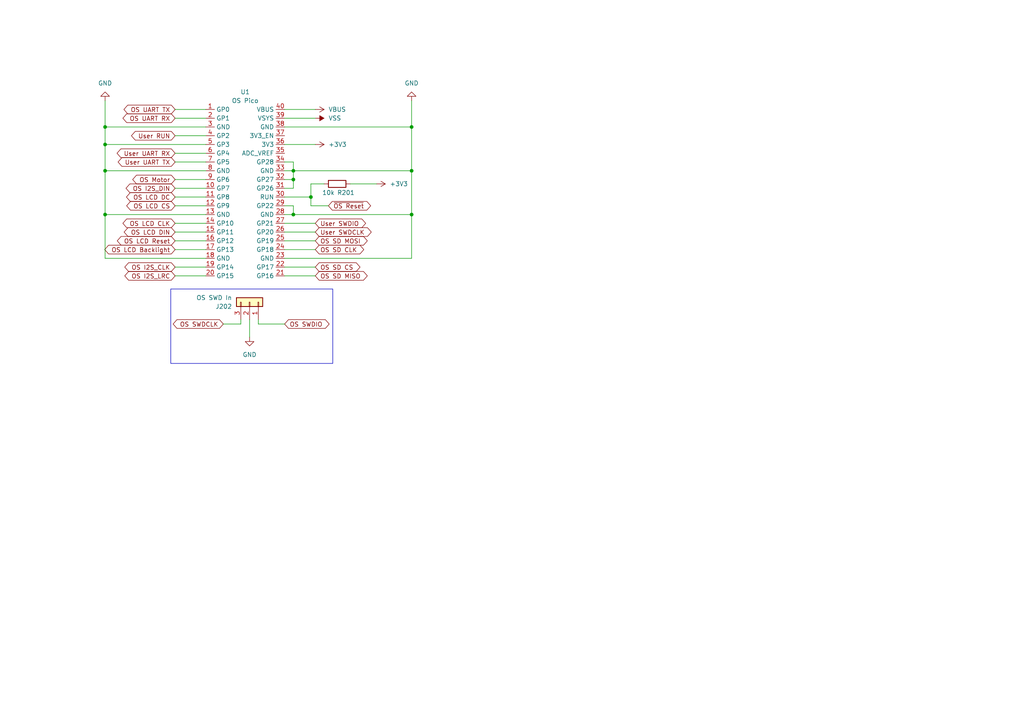
<source format=kicad_sch>
(kicad_sch (version 20230121) (generator eeschema)
  (paper "A4")
  (lib_symbols
    (symbol "Connector_Generic:Conn_01x03" (pin_names (offset 1.016) hide)
      (property "Reference" "J" (at 0 5.08 0))
      (property "Value" "Conn_01x03" (at 0 -5.08 0))
      (symbol "Conn_01x03_1_1"
        (rectangle (start -1.27 -2.413) (end 0 -2.667) (stroke (width 0.1524)))
        (rectangle (start -1.27 0.127) (end 0 -0.127) (stroke (width 0.1524)))
        (rectangle (start -1.27 2.667) (end 0 2.413) (stroke (width 0.1524)))
        (rectangle (start -1.27 3.81) (end 1.27 -3.81) (stroke (width 0.254)) (fill (type background)))
        (pin passive line (at -5.08 2.54 0) (length 3.81) (name "Pin_1") (number "1"))
        (pin passive line (at -5.08 0 0) (length 3.81) (name "Pin_2") (number "2"))
        (pin passive line (at -5.08 -2.54 0) (length 3.81) (name "Pin_3") (number "3"))
      )
    )
    (symbol "Device:R" (pin_numbers hide) (pin_names (offset 0))
      (property "Reference" "R" (at 2.032 0 90))
      (property "Value" "R" (at 0 0 90))
      (symbol "R_0_1"
        (rectangle (start -1.016 -2.54) (end 1.016 2.54) (stroke (width 0.254)))
      )
      (symbol "R_1_1"
        (pin passive line (at 0 3.81 270) (length 1.27) (name "~") (number "1"))
        (pin passive line (at 0 -3.81 90) (length 1.27) (name "~") (number "2"))
      )
    )
    (symbol "PICOnsole:Raspberry_Pi_Pico"
      (property "Reference" "U?" (at 0 -39.37 0))
      (property "Value" "Raspberry_Pi_Pico" (at 0 13.97 0))
      (symbol "Raspberry_Pi_Pico_0_0"
        (pin bidirectional line (at -11.43 11.43 0) (length 2.54) (name "GP0") (number "1"))
        (pin bidirectional line (at -11.43 -11.43 0) (length 2.54) (name "GP7") (number "10"))
        (pin bidirectional line (at -11.43 -13.97 0) (length 2.54) (name "GP8") (number "11"))
        (pin bidirectional line (at -11.43 -16.51 0) (length 2.54) (name "GP9") (number "12"))
        (pin power_in line (at -11.43 -19.05 0) (length 2.54) (name "GND") (number "13"))
        (pin bidirectional line (at -11.43 -21.59 0) (length 2.54) (name "GP10") (number "14"))
        (pin bidirectional line (at -11.43 -24.13 0) (length 2.54) (name "GP11") (number "15"))
        (pin bidirectional line (at -11.43 -26.67 0) (length 2.54) (name "GP12") (number "16"))
        (pin bidirectional line (at -11.43 -29.21 0) (length 2.54) (name "GP13") (number "17"))
        (pin power_in line (at -11.43 -31.75 0) (length 2.54) (name "GND") (number "18"))
        (pin bidirectional line (at -11.43 -34.29 0) (length 2.54) (name "GP14") (number "19"))
        (pin bidirectional line (at -11.43 8.89 0) (length 2.54) (name "GP1") (number "2"))
        (pin bidirectional line (at -11.43 -36.83 0) (length 2.54) (name "GP15") (number "20"))
        (pin bidirectional line (at 11.43 -36.83 180) (length 2.54) (name "GP16") (number "21"))
        (pin bidirectional line (at 11.43 -34.29 180) (length 2.54) (name "GP17") (number "22"))
        (pin power_in line (at 11.43 -31.75 180) (length 2.54) (name "GND") (number "23"))
        (pin bidirectional line (at 11.43 -29.21 180) (length 2.54) (name "GP18") (number "24"))
        (pin bidirectional line (at 11.43 -26.67 180) (length 2.54) (name "GP19") (number "25"))
        (pin bidirectional line (at 11.43 -24.13 180) (length 2.54) (name "GP20") (number "26"))
        (pin bidirectional line (at 11.43 -21.59 180) (length 2.54) (name "GP21") (number "27"))
        (pin power_in line (at 11.43 -19.05 180) (length 2.54) (name "GND") (number "28"))
        (pin bidirectional line (at 11.43 -16.51 180) (length 2.54) (name "GP22") (number "29"))
        (pin power_in line (at -11.43 6.35 0) (length 2.54) (name "GND") (number "3"))
        (pin input line (at 11.43 -13.97 180) (length 2.54) (name "RUN") (number "30"))
        (pin bidirectional line (at 11.43 -11.43 180) (length 2.54) (name "GP26") (number "31"))
        (pin bidirectional line (at 11.43 -8.89 180) (length 2.54) (name "GP27") (number "32"))
        (pin power_in line (at 11.43 -6.35 180) (length 2.54) (name "GND") (number "33"))
        (pin bidirectional line (at 11.43 -3.81 180) (length 2.54) (name "GP28") (number "34"))
        (pin output line (at 11.43 -1.27 180) (length 2.54) (name "ADC_VREF") (number "35"))
        (pin power_out line (at 11.43 1.27 180) (length 2.54) (name "3V3") (number "36"))
        (pin input line (at 11.43 3.81 180) (length 2.54) (name "3V3_EN") (number "37"))
        (pin power_in line (at 11.43 6.35 180) (length 2.54) (name "GND") (number "38"))
        (pin power_out line (at 11.43 8.89 180) (length 2.54) (name "VSYS") (number "39"))
        (pin bidirectional line (at -11.43 3.81 0) (length 2.54) (name "GP2") (number "4"))
        (pin power_in line (at 11.43 11.43 180) (length 2.54) (name "VBUS") (number "40"))
        (pin bidirectional line (at -11.43 1.27 0) (length 2.54) (name "GP3") (number "5"))
        (pin bidirectional line (at -11.43 -1.27 0) (length 2.54) (name "GP4") (number "6"))
        (pin bidirectional line (at -11.43 -3.81 0) (length 2.54) (name "GP5") (number "7"))
        (pin power_in line (at -11.43 -6.35 0) (length 2.54) (name "GND") (number "8"))
        (pin bidirectional line (at -11.43 -8.89 0) (length 2.54) (name "GP6") (number "9"))
      )
    )
    (symbol "power:+3.3V" (power) (pin_names (offset 0))
      (property "Value" "+3.3V" (at 0 3.556 0))
      (symbol "+3.3V_0_1"
        (polyline (pts (xy -0.762 1.27) (xy 0 2.54)))
        (polyline (pts (xy 0 0) (xy 0 2.54)))
        (polyline (pts (xy 0 2.54) (xy 0.762 1.27)))
      )
      (symbol "+3.3V_1_1"
        (pin power_in line (at 0 0 90) (length 0) hide (name "+3V3") (number "1"))
      )
    )
    (symbol "power:+3V3" (power) (pin_names (offset 0))
      (property "Value" "+3V3" (at 0 3.556 0))
      (symbol "+3V3_0_1"
        (polyline (pts (xy -0.762 1.27) (xy 0 2.54)))
        (polyline (pts (xy 0 0) (xy 0 2.54)))
        (polyline (pts (xy 0 2.54) (xy 0.762 1.27)))
      )
      (symbol "+3V3_1_1"
        (pin power_in line (at 0 0 90) (length 0) hide (name "+3V3") (number "1"))
      )
    )
    (symbol "power:GND" (power) (pin_names (offset 0))
      (property "Value" "GND" (at 0 -3.81 0))
      (symbol "GND_0_1"
        (polyline (pts (xy 0 0) (xy 0 -1.27) (xy 1.27 -1.27) (xy 0 -2.54) (xy -1.27 -1.27) (xy 0 -1.27)))
      )
      (symbol "GND_1_1"
        (pin power_in line (at 0 0 270) (length 0) hide (name "GND") (number "1"))
      )
    )
    (symbol "power:VBUS" (power) (pin_names (offset 0))
      (property "Value" "VBUS" (at 0 3.81 0))
      (symbol "VBUS_0_1"
        (polyline (pts (xy -0.762 1.27) (xy 0 2.54)))
        (polyline (pts (xy 0 0) (xy 0 2.54)))
        (polyline (pts (xy 0 2.54) (xy 0.762 1.27)))
      )
      (symbol "VBUS_1_1"
        (pin power_in line (at 0 0 90) (length 0) hide (name "VBUS") (number "1"))
      )
    )
    (symbol "power:VSS" (power) (pin_names (offset 0))
      (property "Value" "VSS" (at 0 3.81 0))
      (symbol "VSS_0_1"
        (polyline (pts (xy 0 0) (xy 0 2.54)))
        (polyline (pts (xy 0.762 1.27) (xy -0.762 1.27) (xy 0 2.54) (xy 0.762 1.27)) (fill (type outline)))
      )
      (symbol "VSS_1_1"
        (pin power_in line (at 0 0 90) (length 0) hide (name "VSS") (number "1"))
      )
    )
  )
  (junction (at 30.48 49.53))
  (junction (at 30.48 41.91))
  (junction (at 119.38 36.83))
  (junction (at 90.17 57.15))
  (junction (at 30.48 36.83))
  (junction (at 85.09 62.23))
  (junction (at 30.48 62.23))
  (junction (at 85.09 52.07))
  (junction (at 119.38 49.53))
  (junction (at 119.38 62.23))
  (junction (at 85.09 49.53))
  (wire (pts (xy 82.55 49.53) (xy 85.09 49.53)))
  (wire (pts (xy 30.48 62.23) (xy 30.48 74.93)))
  (wire (pts (xy 119.38 49.53) (xy 119.38 36.83)))
  (wire (pts (xy 85.09 46.99) (xy 85.09 49.53)))
  (wire (pts (xy 30.48 49.53) (xy 59.69 49.53)))
  (wire (pts (xy 91.44 64.77) (xy 82.55 64.77)))
  (wire (pts (xy 50.8 31.75) (xy 59.69 31.75)))
  (wire (pts (xy 82.55 77.47) (xy 91.44 77.47)))
  (wire (pts (xy 50.8 69.85) (xy 59.69 69.85)))
  (wire (pts (xy 50.8 44.45) (xy 59.69 44.45)))
  (wire (pts (xy 72.39 97.79) (xy 72.39 92.71)))
  (wire (pts (xy 30.48 29.21) (xy 30.48 36.83)))
  (wire (pts (xy 50.8 77.47) (xy 59.69 77.47)))
  (wire (pts (xy 50.8 52.07) (xy 59.69 52.07)))
  (wire (pts (xy 50.8 54.61) (xy 59.69 54.61)))
  (wire (pts (xy 85.09 62.23) (xy 119.38 62.23)))
  (wire (pts (xy 82.55 74.93) (xy 119.38 74.93)))
  (wire (pts (xy 82.55 93.98) (xy 74.93 93.98)))
  (wire (pts (xy 50.8 34.29) (xy 59.69 34.29)))
  (wire (pts (xy 82.55 62.23) (xy 85.09 62.23)))
  (wire (pts (xy 50.8 72.39) (xy 59.69 72.39)))
  (wire (pts (xy 82.55 46.99) (xy 85.09 46.99)))
  (wire (pts (xy 50.8 39.37) (xy 59.69 39.37)))
  (wire (pts (xy 50.8 46.99) (xy 59.69 46.99)))
  (wire (pts (xy 82.55 69.85) (xy 91.44 69.85)))
  (wire (pts (xy 64.77 93.98) (xy 69.85 93.98)))
  (wire (pts (xy 82.55 52.07) (xy 85.09 52.07)))
  (wire (pts (xy 30.48 62.23) (xy 59.69 62.23)))
  (wire (pts (xy 119.38 36.83) (xy 119.38 29.21)))
  (wire (pts (xy 119.38 74.93) (xy 119.38 62.23)))
  (wire (pts (xy 93.98 53.34) (xy 90.17 53.34)))
  (wire (pts (xy 82.55 36.83) (xy 119.38 36.83)))
  (wire (pts (xy 85.09 49.53) (xy 119.38 49.53)))
  (wire (pts (xy 85.09 59.69) (xy 85.09 62.23)))
  (wire (pts (xy 74.93 93.98) (xy 74.93 92.71)))
  (wire (pts (xy 82.55 34.29) (xy 91.44 34.29)))
  (wire (pts (xy 50.8 64.77) (xy 59.69 64.77)))
  (wire (pts (xy 82.55 59.69) (xy 85.09 59.69)))
  (wire (pts (xy 82.55 41.91) (xy 91.44 41.91)))
  (wire (pts (xy 82.55 57.15) (xy 90.17 57.15)))
  (wire (pts (xy 30.48 36.83) (xy 59.69 36.83)))
  (wire (pts (xy 30.48 41.91) (xy 59.69 41.91)))
  (wire (pts (xy 90.17 59.69) (xy 90.17 57.15)))
  (wire (pts (xy 50.8 80.01) (xy 59.69 80.01)))
  (wire (pts (xy 82.55 31.75) (xy 91.44 31.75)))
  (wire (pts (xy 95.25 59.69) (xy 90.17 59.69)))
  (wire (pts (xy 109.22 53.34) (xy 101.6 53.34)))
  (wire (pts (xy 30.48 49.53) (xy 30.48 62.23)))
  (wire (pts (xy 91.44 67.31) (xy 82.55 67.31)))
  (wire (pts (xy 30.48 74.93) (xy 59.69 74.93)))
  (wire (pts (xy 82.55 72.39) (xy 91.44 72.39)))
  (wire (pts (xy 30.48 36.83) (xy 30.48 41.91)))
  (wire (pts (xy 85.09 52.07) (xy 85.09 49.53)))
  (wire (pts (xy 85.09 54.61) (xy 85.09 52.07)))
  (wire (pts (xy 82.55 80.01) (xy 91.44 80.01)))
  (wire (pts (xy 69.85 93.98) (xy 69.85 92.71)))
  (wire (pts (xy 50.8 59.69) (xy 59.69 59.69)))
  (wire (pts (xy 90.17 57.15) (xy 90.17 53.34)))
  (wire (pts (xy 119.38 62.23) (xy 119.38 49.53)))
  (wire (pts (xy 30.48 41.91) (xy 30.48 49.53)))
  (wire (pts (xy 50.8 57.15) (xy 59.69 57.15)))
  (wire (pts (xy 82.55 54.61) (xy 85.09 54.61)))
  (wire (pts (xy 50.8 67.31) (xy 59.69 67.31)))
  (rectangle (start 49.53 83.82) (end 96.52 105.41))
  (global_label "OS LCD DIN" (shape bidirectional) (at 50.8 67.31 180) (property "Intersheetrefs" "${INTERSHEET_REFS}" (effects hide)))
  (global_label "~{OS Reset}" (shape bidirectional) (at 95.25 59.69 0) (property "Intersheetrefs" "${INTERSHEET_REFS}" (effects hide)))
  (global_label "User UART TX" (shape bidirectional) (at 50.8 46.99 180) (property "Intersheetrefs" "${INTERSHEET_REFS}" (effects hide)))
  (global_label "OS I2S_CLK" (shape bidirectional) (at 50.8 77.47 180) (property "Intersheetrefs" "${INTERSHEET_REFS}" (effects hide)))
  (global_label "OS I2S_LRC" (shape bidirectional) (at 50.8 80.01 180) (property "Intersheetrefs" "${INTERSHEET_REFS}" (effects hide)))
  (global_label "OS UART RX" (shape bidirectional) (at 50.8 34.29 180) (property "Intersheetrefs" "${INTERSHEET_REFS}" (effects hide)))
  (global_label "OS SWDCLK" (shape bidirectional) (at 64.77 93.98 180) (property "Intersheetrefs" "${INTERSHEET_REFS}" (effects hide)))
  (global_label "OS Motor" (shape bidirectional) (at 50.8 52.07 180) (property "Intersheetrefs" "${INTERSHEET_REFS}" (effects hide)))
  (global_label "OS LCD Backlight" (shape bidirectional) (at 50.8 72.39 180) (property "Intersheetrefs" "${INTERSHEET_REFS}" (effects hide)))
  (global_label "OS LCD CLK" (shape bidirectional) (at 50.8 64.77 180) (property "Intersheetrefs" "${INTERSHEET_REFS}" (effects hide)))
  (global_label "OS SD CLK" (shape bidirectional) (at 91.44 72.39 0) (property "Intersheetrefs" "${INTERSHEET_REFS}" (effects hide)))
  (global_label "User SWDIO" (shape bidirectional) (at 91.44 64.77 0) (property "Intersheetrefs" "${INTERSHEET_REFS}" (effects hide)))
  (global_label "OS UART TX" (shape bidirectional) (at 50.8 31.75 180) (property "Intersheetrefs" "${INTERSHEET_REFS}" (effects hide)))
  (global_label "OS LCD DC" (shape bidirectional) (at 50.8 57.15 180) (property "Intersheetrefs" "${INTERSHEET_REFS}" (effects hide)))
  (global_label "User UART RX" (shape bidirectional) (at 50.8 44.45 180) (property "Intersheetrefs" "${INTERSHEET_REFS}" (effects hide)))
  (global_label "OS I2S_DIN" (shape bidirectional) (at 50.8 54.61 180) (property "Intersheetrefs" "${INTERSHEET_REFS}" (effects hide)))
  (global_label "User SWDCLK" (shape bidirectional) (at 91.44 67.31 0) (property "Intersheetrefs" "${INTERSHEET_REFS}" (effects hide)))
  (global_label "OS SD MOSI" (shape bidirectional) (at 91.44 69.85 0) (property "Intersheetrefs" "${INTERSHEET_REFS}" (effects hide)))
  (global_label "OS SWDIO" (shape bidirectional) (at 82.55 93.98 0) (property "Intersheetrefs" "${INTERSHEET_REFS}" (effects hide)))
  (global_label "OS LCD CS" (shape bidirectional) (at 50.8 59.69 180) (property "Intersheetrefs" "${INTERSHEET_REFS}" (effects hide)))
  (global_label "OS LCD Reset" (shape bidirectional) (at 50.8 69.85 180) (property "Intersheetrefs" "${INTERSHEET_REFS}" (effects hide)))
  (global_label "OS SD CS" (shape bidirectional) (at 91.44 77.47 0) (property "Intersheetrefs" "${INTERSHEET_REFS}" (effects hide)))
  (global_label "OS SD MISO" (shape bidirectional) (at 91.44 80.01 0) (property "Intersheetrefs" "${INTERSHEET_REFS}" (effects hide)))
  (global_label "User RUN" (shape bidirectional) (at 50.8 39.37 180) (property "Intersheetrefs" "${INTERSHEET_REFS}" (effects hide)))
  (symbol (lib_id "power:+3.3V") (at 91.44 41.91 270) (unit 1)
    (property "Reference" "#PWR0120" (effects hide))
    (property "Value" "+3.3V" (at 95.25 41.9099 90) (effects (justify left)))
    (instances (project "DevkitHotswapPicoHub" (path "" (reference "#PWR0120") (unit 1)) (path "" (reference "#PWR082") (unit 1))))
  )
  (symbol (lib_id "PICOnsole:Raspberry_Pi_Pico") (at 71.12 43.18 0) (unit 1)
    (property "Reference" "U1" (at 71.12 26.67 0))
    (property "Value" "OS Pico" (at 71.12 29.21 0))
    (property "Footprint" "PICOnsole:Raspberry_Pi_Pico" (effects hide))
    (instances (project "DevkitHotswapPicoHub" (path "" (reference "U1") (unit 1)) (path "" (reference "U200") (unit 1))))
  )
  (symbol (lib_id "power:GND") (at 72.39 97.79 0) (mirror y) (unit 1)
    (property "Reference" "#PWR0111" (effects hide))
    (property "Value" "GND" (at 72.39 102.87 0))
    (instances (project "DevkitHotswapPicoHub" (path "" (reference "#PWR0111") (unit 1)) (path "" (reference "#PWR079") (unit 1))))
  )
  (symbol (lib_id "power:GND") (at 119.38 29.21 180) (unit 1)
    (property "Reference" "#PWR0111" (effects hide))
    (property "Value" "GND" (at 119.38 24.13 0))
    (instances (project "DevkitHotswapPicoHub" (path "" (reference "#PWR0111") (unit 1)) (path "" (reference "#PWR084") (unit 1))))
  )
  (symbol (lib_id "power:GND") (at 30.48 29.21 180) (unit 1)
    (property "Reference" "#PWR0105" (effects hide))
    (property "Value" "GND" (at 30.48 24.13 0))
    (instances (project "DevkitHotswapPicoHub" (path "" (reference "#PWR0105") (unit 1)) (path "" (reference "#PWR078") (unit 1))))
  )
  (symbol (lib_id "power:+3V3") (at 109.22 53.34 270) (unit 1)
    (property "Reference" "#PWR083" (effects hide))
    (property "Value" "+3V3" (at 113.03 53.34 90) (effects (justify left)))
  )
  (symbol (lib_id "Connector_Generic:Conn_01x03") (at 72.39 87.63 270) (mirror x) (unit 1)
    (property "Reference" "J202" (at 67.31 88.9 90) (effects (justify right)))
    (property "Value" "OS SWD In" (at 67.31 86.36 90) (effects (justify right)))
    (property "Footprint" "Connector_PinHeader_2.54mm:PinHeader_1x03_P2.54mm_Vertical" (effects hide))
  )
  (symbol (lib_id "Device:R") (at 97.79 53.34 270) (unit 1)
    (property "Reference" "R201" (at 100.33 55.88 90))
    (property "Value" "10k" (at 95.25 55.88 90))
    (property "Footprint" "Resistor_SMD:R_0805_2012Metric" (effects hide))
  )
  (symbol (lib_id "power:VSS") (at 91.44 34.29 270) (unit 1)
    (property "Reference" "#PWR0106" (effects hide))
    (property "Value" "VSS" (at 95.25 34.29 90) (effects (justify left)))
    (instances (project "DevkitHotswapPicoHub" (path "" (reference "#PWR0106") (unit 1)) (path "" (reference "#PWR081") (unit 1))))
  )
  (symbol (lib_id "power:VBUS") (at 91.44 31.75 270) (unit 1)
    (property "Reference" "#PWR0110" (effects hide))
    (property "Value" "VBUS" (at 95.25 31.7499 90) (effects (justify left)))
    (instances (project "DevkitHotswapPicoHub" (path "" (reference "#PWR0110") (unit 1)) (path "" (reference "#PWR080") (unit 1))))
  )
)
</source>
